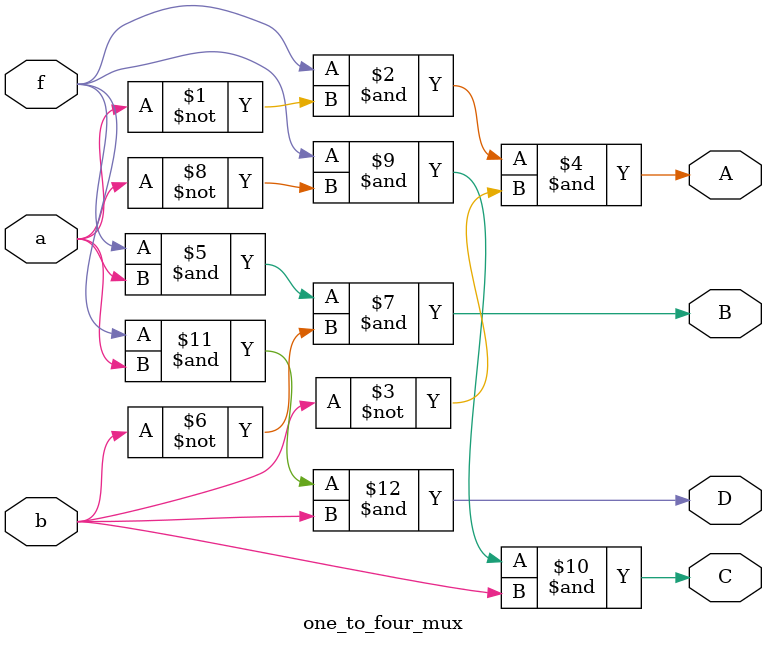
<source format=v>
`timescale 1ns / 1ps

module one_to_four_mux(
    input a,b,f,
    output A,B,C,D
    );
assign A=f&~a&~b;
assign B=f&a&~b;
assign C=f&~a&b;
assign D=f&a&b;
endmodule

//a°¡ ÀÛÀº¼ö, b°¡ Å« ¼ö
</source>
